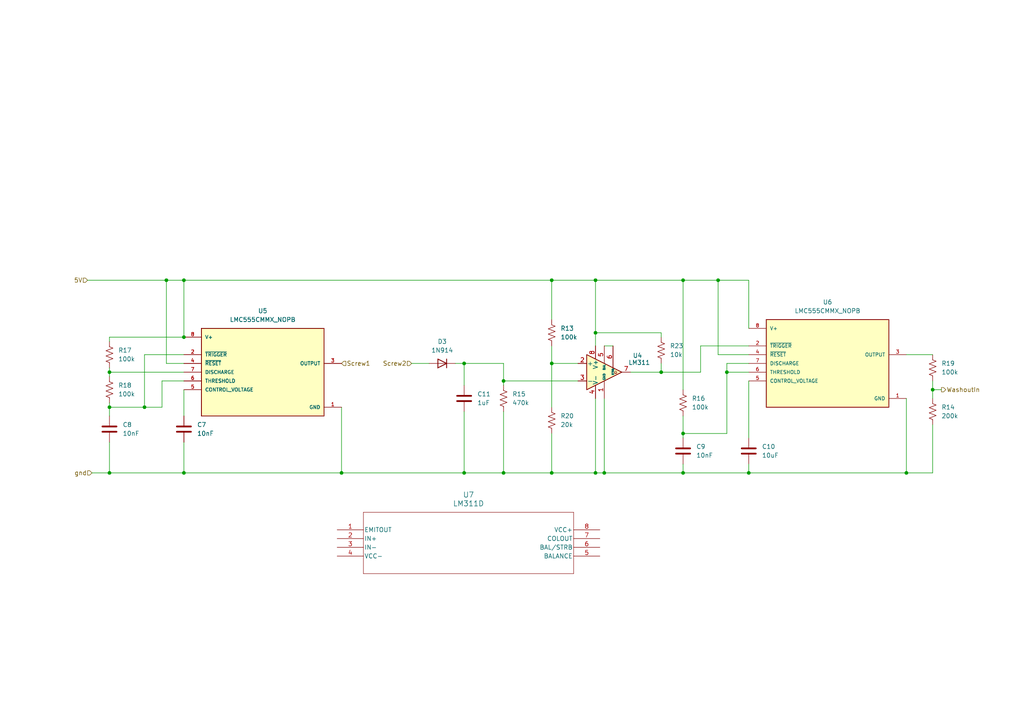
<source format=kicad_sch>
(kicad_sch (version 20250114) (generator "eeschema") (generator_version "9.0")
  (paper "A4")
  (lib_symbols
    (symbol "Comparator:LM311" (pin_names (offset 0.127))
      (property "Reference" "U" (at 3.81 6.35 0))
      (property "Value" "LM311" (at 3.81 3.81 0))
      (symbol "LM311_0_1"
        (polyline (pts (xy 3.683 -0.381) (xy 3.302 -0.381) (xy 3.683 0) (xy 3.302 0.381) (xy 2.921 0) (xy 3.302 -0.381) (xy 2.921 -0.381)) (stroke (width 0.127)))
        (polyline (pts (xy 5.08 0) (xy -5.08 5.08) (xy -5.08 -5.08) (xy 5.08 0)) (stroke (width 0.254)) (fill (type background)))
      )
      (symbol "LM311_1_1"
        (pin input line (at -7.62 2.54 0) (length 2.54) (name "+") (number "2"))
        (pin input line (at -7.62 -2.54 0) (length 2.54) (name "-") (number "3"))
        (pin power_in line (at -2.54 7.62 270) (length 3.81) (name "V+") (number "8"))
        (pin power_in line (at -2.54 -7.62 90) (length 3.81) (name "V-") (number "4"))
        (pin input line (at 0 7.62 270) (length 5.08) (name "BAL") (number "5"))
        (pin passive line (at 0 -7.62 90) (length 5.08) (name "GND") (number "1"))
        (pin input line (at 2.54 7.62 270) (length 6.35) (name "STRB") (number "6"))
        (pin open_collector line (at 7.62 0 180) (length 2.54) (name "~") (number "7"))
      )
    )
    (symbol "Device:C" (pin_numbers (hide yes)) (pin_names (offset 0.254))
      (property "Reference" "C" (at 0.635 2.54 0))
      (property "Value" "C" (at 0.635 -2.54 0))
      (symbol "C_0_1"
        (polyline (pts (xy -2.032 0.762) (xy 2.032 0.762)) (stroke (width 0.508)))
        (polyline (pts (xy -2.032 -0.762) (xy 2.032 -0.762)) (stroke (width 0.508)))
      )
      (symbol "C_1_1"
        (pin passive line (at 0 3.81 270) (length 2.794) (name "~") (number "1"))
        (pin passive line (at 0 -3.81 90) (length 2.794) (name "~") (number "2"))
      )
    )
    (symbol "Device:R_US" (pin_numbers (hide yes)) (pin_names (offset 0))
      (property "Reference" "R" (at 2.54 0 90))
      (property "Value" "R_US" (at -2.54 0 90))
      (symbol "R_US_0_1"
        (polyline (pts (xy 0 2.286) (xy 0 2.54)))
        (polyline (pts (xy 0 2.286) (xy 1.016 1.905) (xy 0 1.524) (xy -1.016 1.143) (xy 0 0.762)))
        (polyline (pts (xy 0 0.762) (xy 1.016 0.381) (xy 0 0) (xy -1.016 -0.381) (xy 0 -0.762)))
        (polyline (pts (xy 0 -0.762) (xy 1.016 -1.143) (xy 0 -1.524) (xy -1.016 -1.905) (xy 0 -2.286)))
        (polyline (pts (xy 0 -2.286) (xy 0 -2.54)))
      )
      (symbol "R_US_1_1"
        (pin passive line (at 0 3.81 270) (length 1.27) (name "~") (number "1"))
        (pin passive line (at 0 -3.81 90) (length 1.27) (name "~") (number "2"))
      )
    )
    (symbol "Diode:1N914" (pin_numbers (hide yes)) (pin_names (hide yes))
      (property "Reference" "D" (at 0 2.54 0))
      (property "Value" "1N914" (at 0 -2.54 0))
      (symbol "1N914_0_1"
        (polyline (pts (xy -1.27 1.27) (xy -1.27 -1.27)) (stroke (width 0.254)))
        (polyline (pts (xy 1.27 1.27) (xy 1.27 -1.27) (xy -1.27 0) (xy 1.27 1.27)) (stroke (width 0.254)))
        (polyline (pts (xy 1.27 0) (xy -1.27 0)))
      )
      (symbol "1N914_1_1"
        (pin passive line (at -3.81 0 0) (length 2.54) (name "K") (number "1"))
        (pin passive line (at 3.81 0 180) (length 2.54) (name "A") (number "2"))
      )
    )
    (symbol "LM311:LM311D" (pin_names (offset 0.254))
      (property "Reference" "U" (at 38.1 10.16 0))
      (property "Value" "LM311D" (at 38.1 7.62 0))
      (symbol "LM311D_0_1"
        (polyline (pts (xy 7.62 5.08) (xy 7.62 -12.7)) (stroke (width 0.127)))
        (polyline (pts (xy 7.62 -12.7) (xy 68.58 -12.7)) (stroke (width 0.127)))
        (polyline (pts (xy 68.58 5.08) (xy 7.62 5.08)) (stroke (width 0.127)))
        (polyline (pts (xy 68.58 -12.7) (xy 68.58 5.08)) (stroke (width 0.127)))
        (pin output line (at 0 0 0) (length 7.62) (name "EMITOUT") (number "1"))
        (pin input line (at 0 -2.54 0) (length 7.62) (name "IN+") (number "2"))
        (pin input line (at 0 -5.08 0) (length 7.62) (name "IN-") (number "3"))
        (pin power_in line (at 0 -7.62 0) (length 7.62) (name "VCC-") (number "4"))
        (pin power_in line (at 76.2 0 180) (length 7.62) (name "VCC+") (number "8"))
        (pin output line (at 76.2 -2.54 180) (length 7.62) (name "COLOUT") (number "7"))
        (pin unspecified line (at 76.2 -5.08 180) (length 7.62) (name "BAL/STRB") (number "6"))
        (pin unspecified line (at 76.2 -7.62 180) (length 7.62) (name "BALANCE") (number "5"))
      )
    )
    (symbol "LMC555CMMX_NOPB:LMC555CMMX_NOPB" (pin_names (offset 1.016))
      (property "Reference" "U" (at -17.78 13.97 0))
      (property "Value" "LMC555CMMX_NOPB" (at -17.78 -13.97 0))
      (symbol "LMC555CMMX_NOPB_0_0"
        (rectangle (start -17.78 -12.7) (end 17.78 12.7) (stroke (width 0.254)) (fill (type background)))
        (pin power_in line (at -22.86 10.16 0) (length 5.08) (name "V+") (number "8"))
        (pin input line (at -22.86 5.08 0) (length 5.08) (name "~{TRIGGER}") (number "2"))
        (pin input line (at -22.86 2.54 0) (length 5.08) (name "~{RESET}") (number "4"))
        (pin input line (at -22.86 0 0) (length 5.08) (name "DISCHARGE") (number "7"))
        (pin input line (at -22.86 -2.54 0) (length 5.08) (name "THRESHOLD") (number "6"))
        (pin input line (at -22.86 -5.08 0) (length 5.08) (name "CONTROL_VOLTAGE") (number "5"))
        (pin output line (at 22.86 2.54 180) (length 5.08) (name "OUTPUT") (number "3"))
        (pin power_in line (at 22.86 -10.16 180) (length 5.08) (name "GND") (number "1"))
      )
    )
  )
  (junction (at 99.06 137.16))
  (junction (at 134.62 137.16))
  (junction (at 146.05 137.16))
  (junction (at 146.05 110.49))
  (junction (at 160.02 105.41))
  (junction (at 31.75 137.16))
  (junction (at 175.26 137.16))
  (junction (at 198.12 125.73))
  (junction (at 53.34 81.28))
  (junction (at 160.02 81.28))
  (junction (at 172.72 81.28))
  (junction (at 53.34 97.79))
  (junction (at 172.72 96.52))
  (junction (at 262.89 137.16))
  (junction (at 41.91 118.11))
  (junction (at 31.75 107.95))
  (junction (at 134.62 105.41))
  (junction (at 210.82 107.95))
  (junction (at 270.51 113.03))
  (junction (at 217.17 137.16))
  (junction (at 48.26 81.28))
  (junction (at 191.77 107.95))
  (junction (at 31.75 118.11))
  (junction (at 208.28 81.28))
  (junction (at 198.12 81.28))
  (junction (at 172.72 137.16))
  (junction (at 53.34 137.16))
  (junction (at 198.12 137.16))
  (junction (at 160.02 137.16))
  (wire (pts (xy 48.26 105.41) (xy 48.26 81.28)))
  (wire (pts (xy 25.4 81.28) (xy 48.26 81.28)))
  (wire (pts (xy 167.64 110.49) (xy 146.05 110.49)))
  (wire (pts (xy 203.2 107.95) (xy 203.2 100.33)))
  (wire (pts (xy 31.75 118.11) (xy 31.75 120.65)))
  (wire (pts (xy 146.05 105.41) (xy 134.62 105.41)))
  (wire (pts (xy 217.17 134.62) (xy 217.17 137.16)))
  (wire (pts (xy 99.06 137.16) (xy 134.62 137.16)))
  (wire (pts (xy 160.02 105.41) (xy 167.64 105.41)))
  (wire (pts (xy 172.72 81.28) (xy 160.02 81.28)))
  (wire (pts (xy 217.17 95.25) (xy 217.17 81.28)))
  (wire (pts (xy 160.02 105.41) (xy 160.02 118.11)))
  (wire (pts (xy 41.91 102.87) (xy 41.91 118.11)))
  (wire (pts (xy 160.02 137.16) (xy 172.72 137.16)))
  (wire (pts (xy 160.02 81.28) (xy 53.34 81.28)))
  (wire (pts (xy 160.02 100.33) (xy 160.02 105.41)))
  (wire (pts (xy 172.72 137.16) (xy 175.26 137.16)))
  (wire (pts (xy 208.28 81.28) (xy 198.12 81.28)))
  (wire (pts (xy 31.75 107.95) (xy 31.75 109.22)))
  (wire (pts (xy 270.51 110.49) (xy 270.51 113.03)))
  (wire (pts (xy 217.17 102.87) (xy 208.28 102.87)))
  (wire (pts (xy 191.77 107.95) (xy 203.2 107.95)))
  (wire (pts (xy 175.26 100.33) (xy 177.8 100.33)))
  (wire (pts (xy 48.26 81.28) (xy 53.34 81.28)))
  (wire (pts (xy 53.34 110.49) (xy 46.99 110.49)))
  (wire (pts (xy 31.75 97.79) (xy 53.34 97.79)))
  (wire (pts (xy 31.75 107.95) (xy 53.34 107.95)))
  (wire (pts (xy 203.2 100.33) (xy 217.17 100.33)))
  (wire (pts (xy 53.34 81.28) (xy 53.34 97.79)))
  (wire (pts (xy 160.02 125.73) (xy 160.02 137.16)))
  (wire (pts (xy 146.05 119.38) (xy 146.05 137.16)))
  (wire (pts (xy 262.89 115.57) (xy 262.89 137.16)))
  (wire (pts (xy 198.12 81.28) (xy 198.12 113.03)))
  (wire (pts (xy 210.82 105.41) (xy 210.82 107.95)))
  (wire (pts (xy 182.88 107.95) (xy 191.77 107.95)))
  (wire (pts (xy 273.05 113.03) (xy 270.51 113.03)))
  (wire (pts (xy 146.05 105.41) (xy 146.05 110.49)))
  (wire (pts (xy 172.72 81.28) (xy 172.72 96.52)))
  (wire (pts (xy 175.26 137.16) (xy 198.12 137.16)))
  (wire (pts (xy 198.12 120.65) (xy 198.12 125.73)))
  (wire (pts (xy 217.17 105.41) (xy 210.82 105.41)))
  (wire (pts (xy 134.62 111.76) (xy 134.62 105.41)))
  (wire (pts (xy 31.75 116.84) (xy 31.75 118.11)))
  (wire (pts (xy 172.72 81.28) (xy 198.12 81.28)))
  (wire (pts (xy 217.17 81.28) (xy 208.28 81.28)))
  (wire (pts (xy 46.99 118.11) (xy 41.91 118.11)))
  (wire (pts (xy 31.75 106.68) (xy 31.75 107.95)))
  (wire (pts (xy 132.08 105.41) (xy 134.62 105.41)))
  (wire (pts (xy 191.77 105.41) (xy 191.77 107.95)))
  (wire (pts (xy 217.17 110.49) (xy 217.17 127)))
  (wire (pts (xy 262.89 137.16) (xy 270.51 137.16)))
  (wire (pts (xy 53.34 105.41) (xy 48.26 105.41)))
  (wire (pts (xy 46.99 110.49) (xy 46.99 118.11)))
  (wire (pts (xy 53.34 137.16) (xy 99.06 137.16)))
  (wire (pts (xy 134.62 119.38) (xy 134.62 137.16)))
  (wire (pts (xy 198.12 125.73) (xy 198.12 127)))
  (wire (pts (xy 99.06 118.11) (xy 99.06 137.16)))
  (wire (pts (xy 26.67 137.16) (xy 31.75 137.16)))
  (wire (pts (xy 134.62 137.16) (xy 146.05 137.16)))
  (wire (pts (xy 172.72 115.57) (xy 172.72 137.16)))
  (wire (pts (xy 210.82 125.73) (xy 198.12 125.73)))
  (wire (pts (xy 31.75 118.11) (xy 41.91 118.11)))
  (wire (pts (xy 31.75 128.27) (xy 31.75 137.16)))
  (wire (pts (xy 160.02 81.28) (xy 160.02 92.71)))
  (wire (pts (xy 210.82 107.95) (xy 217.17 107.95)))
  (wire (pts (xy 53.34 128.27) (xy 53.34 137.16)))
  (wire (pts (xy 146.05 110.49) (xy 146.05 111.76)))
  (wire (pts (xy 270.51 123.19) (xy 270.51 137.16)))
  (wire (pts (xy 175.26 115.57) (xy 175.26 137.16)))
  (wire (pts (xy 53.34 113.03) (xy 53.34 120.65)))
  (wire (pts (xy 270.51 113.03) (xy 270.51 115.57)))
  (wire (pts (xy 191.77 97.79) (xy 191.77 96.52)))
  (wire (pts (xy 262.89 102.87) (xy 270.51 102.87)))
  (wire (pts (xy 191.77 96.52) (xy 172.72 96.52)))
  (wire (pts (xy 210.82 107.95) (xy 210.82 125.73)))
  (wire (pts (xy 53.34 102.87) (xy 41.91 102.87)))
  (wire (pts (xy 31.75 137.16) (xy 53.34 137.16)))
  (wire (pts (xy 31.75 97.79) (xy 31.75 99.06)))
  (wire (pts (xy 198.12 134.62) (xy 198.12 137.16)))
  (wire (pts (xy 146.05 137.16) (xy 160.02 137.16)))
  (wire (pts (xy 198.12 137.16) (xy 217.17 137.16)))
  (wire (pts (xy 172.72 96.52) (xy 172.72 100.33)))
  (wire (pts (xy 208.28 102.87) (xy 208.28 81.28)))
  (wire (pts (xy 217.17 137.16) (xy 262.89 137.16)))
  (wire (pts (xy 119.38 105.41) (xy 124.46 105.41)))
  (hierarchical_label "5V" (shape input) (at 25.4 81.28 180))
  (hierarchical_label "gnd" (shape input) (at 26.67 137.16 180))
  (hierarchical_label "Screw2" (shape input) (at 119.38 105.41 180))
  (hierarchical_label "WashoutIn" (shape output) (at 273.05 113.03 0))
  (hierarchical_label "Screw1" (shape input) (at 99.06 105.41 0))
  (symbol (lib_id "LMC555CMMX_NOPB:LMC555CMMX_NOPB") (at 240.03 105.41 0) (unit 1)
    (property "Reference" "U6" (at 240.03 87.63 0))
    (property "Value" "LMC555CMMX_NOPB" (at 240.03 90.17 0))
    (property "Footprint" "LMC555CMMX_NOPB:SOP65P490X110-8N" (effects (hide yes)))
    (property "PARTREV" "M" (effects (hide yes)))
    (property "STANDARD" "IPC-7351B" (effects (hide yes)))
    (property "MAXIMUM_PACKAGE_HEIGHT" "1.10 mm" (effects (hide yes)))
    (property "MANUFACTURER" "Texas Instruments" (effects (hide yes)))
  )
  (symbol (lib_id "LM311:LM311D") (at 97.79 153.67 0) (unit 1)
    (property "Reference" "U7" (at 135.89 143.51 0) (effects (font (size 1.524 1.524))))
    (property "Value" "LM311D" (at 135.89 146.05 0) (effects (font (size 1.524 1.524))))
    (property "Footprint" "LM311:D8" (effects (hide yes)))
    (property "Datasheet" "https://www.ti.com/lit/gpn/lm311" (effects (hide yes)))
  )
  (symbol (lib_id "Device:R_US") (at 31.75 113.03 0) (unit 1)
    (property "Reference" "R18" (at 34.29 111.7599 0) (effects (justify left)))
    (property "Value" "100k" (at 34.29 114.2999 0) (effects (justify left)))
    (property "Description" "Resistor, US symbol" (effects (hide yes)))
  )
  (symbol (lib_id "Device:R_US") (at 160.02 96.52 0) (unit 1)
    (property "Reference" "R13" (at 162.56 95.2499 0) (effects (justify left)))
    (property "Value" "100k" (at 162.56 97.7899 0) (effects (justify left)))
    (property "Description" "Resistor, US symbol" (effects (hide yes)))
  )
  (symbol (lib_id "Device:C") (at 53.34 124.46 0) (unit 1)
    (property "Reference" "C7" (at 57.15 123.1899 0) (effects (justify left)))
    (property "Value" "10nF" (at 57.15 125.7299 0) (effects (justify left)))
    (property "Description" "Unpolarized capacitor" (effects (hide yes)))
  )
  (symbol (lib_id "Device:R_US") (at 160.02 121.92 0) (unit 1)
    (property "Reference" "R20" (at 162.56 120.6499 0) (effects (justify left)))
    (property "Value" "20k" (at 162.56 123.1899 0) (effects (justify left)))
    (property "Description" "Resistor, US symbol" (effects (hide yes)))
  )
  (symbol (lib_id "Device:R_US") (at 198.12 116.84 0) (unit 1)
    (property "Reference" "R16" (at 200.66 115.5699 0) (effects (justify left)))
    (property "Value" "100k" (at 200.66 118.1099 0) (effects (justify left)))
    (property "Description" "Resistor, US symbol" (effects (hide yes)))
  )
  (symbol (lib_id "Device:C") (at 198.12 130.81 0) (unit 1)
    (property "Reference" "C9" (at 201.93 129.5399 0) (effects (justify left)))
    (property "Value" "10nF" (at 201.93 132.0799 0) (effects (justify left)))
    (property "Description" "Unpolarized capacitor" (effects (hide yes)))
  )
  (symbol (lib_id "Diode:1N914") (at 128.27 105.41 180) (unit 1)
    (property "Reference" "D3" (at 128.27 99.06 0))
    (property "Value" "1N914" (at 128.27 101.6 0))
    (property "Footprint" "Diode_THT:D_DO-35_SOD27_P7.62mm_Horizontal" (effects (hide yes)))
    (property "Datasheet" "http://www.vishay.com/docs/85622/1n914.pdf" (effects (hide yes)))
    (property "Description" "100V 0.3A Small Signal Fast Switching Diode, DO-35" (effects (hide yes)))
    (property "Sim.Device" "D" (effects (hide yes)))
    (property "Sim.Pins" "1=K 2=A" (effects (hide yes)))
  )
  (symbol (lib_id "Comparator:LM311") (at 175.26 107.95 0) (unit 1)
    (property "Reference" "U4" (at 184.912 103.124 0))
    (property "Value" "LM311" (at 185.42 105.156 0))
    (property "Footprint" "LM311:D8" (effects (hide yes)))
    (property "Datasheet" "https://www.st.com/resource/en/datasheet/lm311.pdf" (effects (hide yes)))
    (property "Description" "Voltage Comparator, DIP-8/SOIC-8" (effects (hide yes)))
  )
  (symbol (lib_id "Device:R_US") (at 270.51 106.68 0) (unit 1)
    (property "Reference" "R19" (at 273.05 105.4099 0) (effects (justify left)))
    (property "Value" "100k" (at 273.05 107.9499 0) (effects (justify left)))
    (property "Description" "Resistor, US symbol" (effects (hide yes)))
  )
  (symbol (lib_id "Device:C") (at 134.62 115.57 0) (unit 1)
    (property "Reference" "C11" (at 138.43 114.2999 0) (effects (justify left)))
    (property "Value" "1uF" (at 138.43 116.8399 0) (effects (justify left)))
    (property "Description" "Unpolarized capacitor" (effects (hide yes)))
  )
  (symbol (lib_id "Device:C") (at 31.75 124.46 0) (unit 1)
    (property "Reference" "C8" (at 35.56 123.1899 0) (effects (justify left)))
    (property "Value" "10nF" (at 35.56 125.7299 0) (effects (justify left)))
    (property "Description" "Unpolarized capacitor" (effects (hide yes)))
  )
  (symbol (lib_id "LMC555CMMX_NOPB:LMC555CMMX_NOPB") (at 76.2 107.95 0) (unit 1)
    (property "Reference" "U5" (at 76.2 90.17 0))
    (property "Value" "LMC555CMMX_NOPB" (at 76.2 92.71 0))
    (property "Footprint" "LMC555CMMX_NOPB:SOP65P490X110-8N" (effects (hide yes)))
    (property "PARTREV" "M" (effects (hide yes)))
    (property "STANDARD" "IPC-7351B" (effects (hide yes)))
    (property "MAXIMUM_PACKAGE_HEIGHT" "1.10 mm" (effects (hide yes)))
    (property "MANUFACTURER" "Texas Instruments" (effects (hide yes)))
  )
  (symbol (lib_id "Device:C") (at 217.17 130.81 0) (unit 1)
    (property "Reference" "C10" (at 220.98 129.5399 0) (effects (justify left)))
    (property "Value" "10uF" (at 220.98 132.0799 0) (effects (justify left)))
    (property "Description" "Unpolarized capacitor" (effects (hide yes)))
  )
  (symbol (lib_id "Device:R_US") (at 146.05 115.57 0) (unit 1)
    (property "Reference" "R15" (at 148.59 114.2999 0) (effects (justify left)))
    (property "Value" "470k" (at 148.59 116.8399 0) (effects (justify left)))
    (property "Description" "Resistor, US symbol" (effects (hide yes)))
  )
  (symbol (lib_id "Device:R_US") (at 31.75 102.87 0) (unit 1)
    (property "Reference" "R17" (at 34.29 101.5999 0) (effects (justify left)))
    (property "Value" "100k" (at 34.29 104.1399 0) (effects (justify left)))
    (property "Description" "Resistor, US symbol" (effects (hide yes)))
  )
  (symbol (lib_id "Device:R_US") (at 191.77 101.6 0) (unit 1)
    (property "Reference" "R23" (at 194.31 100.3299 0) (effects (justify left)))
    (property "Value" "10k" (at 194.31 102.8699 0) (effects (justify left)))
    (property "Description" "Resistor, US symbol" (effects (hide yes)))
  )
  (symbol (lib_id "Device:R_US") (at 270.51 119.38 0) (unit 1)
    (property "Reference" "R14" (at 273.05 118.1099 0) (effects (justify left)))
    (property "Value" "200k" (at 273.05 120.6499 0) (effects (justify left)))
    (property "Description" "Resistor, US symbol" (effects (hide yes)))
  )
)
</source>
